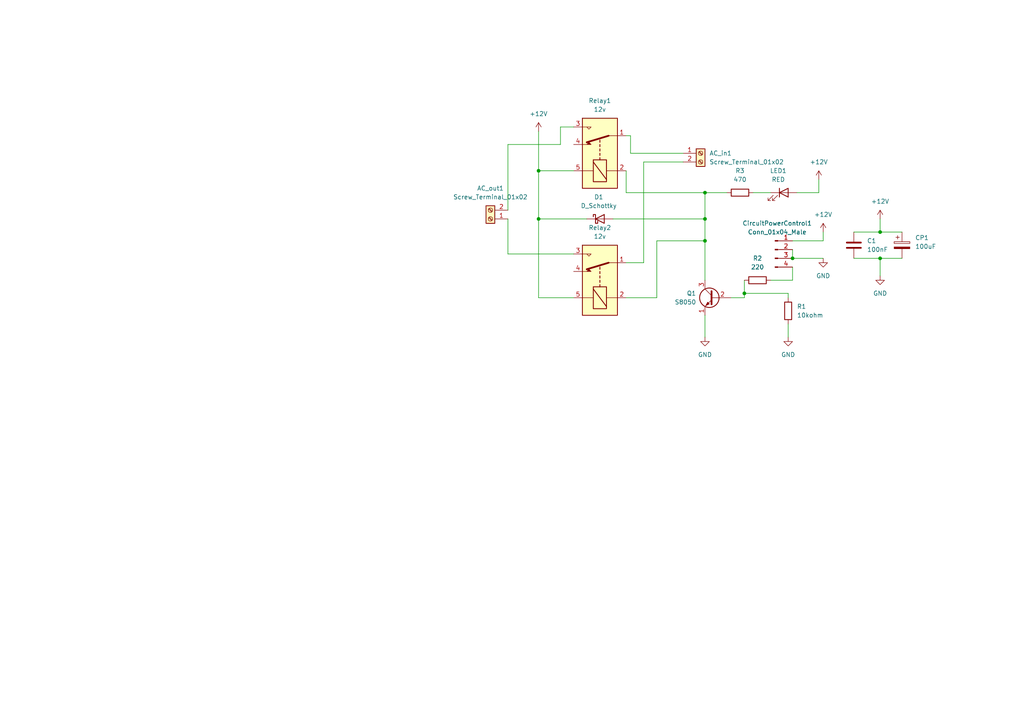
<source format=kicad_sch>
(kicad_sch (version 20211123) (generator eeschema)
  (paper "A4")
  (lib_symbols
    (symbol "Connector:Conn_01x04_Male" (pin_names (offset 1.016) hide)
      (property "Reference" "J" (at 0 5.08 0))
      (property "Value" "Conn_01x04_Male" (at 0 -7.62 0))
      (symbol "Conn_01x04_Male_1_1"
        (polyline (pts (xy 1.27 -5.08) (xy 0.8636 -5.08)) (stroke (width 0.1524)))
        (polyline (pts (xy 1.27 -2.54) (xy 0.8636 -2.54)) (stroke (width 0.1524)))
        (polyline (pts (xy 1.27 0) (xy 0.8636 0)) (stroke (width 0.1524)))
        (polyline (pts (xy 1.27 2.54) (xy 0.8636 2.54)) (stroke (width 0.1524)))
        (rectangle (start 0.8636 -4.953) (end 0 -5.207) (stroke (width 0.1524)) (fill (type outline)))
        (rectangle (start 0.8636 -2.413) (end 0 -2.667) (stroke (width 0.1524)) (fill (type outline)))
        (rectangle (start 0.8636 0.127) (end 0 -0.127) (stroke (width 0.1524)) (fill (type outline)))
        (rectangle (start 0.8636 2.667) (end 0 2.413) (stroke (width 0.1524)) (fill (type outline)))
        (pin passive line (at 5.08 2.54 180) (length 3.81) (name "Pin_1") (number "1"))
        (pin passive line (at 5.08 0 180) (length 3.81) (name "Pin_2") (number "2"))
        (pin passive line (at 5.08 -2.54 180) (length 3.81) (name "Pin_3") (number "3"))
        (pin passive line (at 5.08 -5.08 180) (length 3.81) (name "Pin_4") (number "4"))
      )
    )
    (symbol "Connector:Screw_Terminal_01x02" (pin_names (offset 1.016) hide)
      (property "Reference" "J" (at 0 2.54 0))
      (property "Value" "Screw_Terminal_01x02" (at 0 -5.08 0))
      (symbol "Screw_Terminal_01x02_1_1"
        (rectangle (start -1.27 1.27) (end 1.27 -3.81) (stroke (width 0.254)) (fill (type background)))
        (circle (center 0 -2.54) (radius 0.635) (stroke (width 0.1524)))
        (polyline (pts (xy -0.5334 -2.2098) (xy 0.3302 -3.048)) (stroke (width 0.1524)))
        (polyline (pts (xy -0.5334 0.3302) (xy 0.3302 -0.508)) (stroke (width 0.1524)))
        (polyline (pts (xy -0.3556 -2.032) (xy 0.508 -2.8702)) (stroke (width 0.1524)))
        (polyline (pts (xy -0.3556 0.508) (xy 0.508 -0.3302)) (stroke (width 0.1524)))
        (circle (center 0 0) (radius 0.635) (stroke (width 0.1524)))
        (pin passive line (at -5.08 0 0) (length 3.81) (name "Pin_1") (number "1"))
        (pin passive line (at -5.08 -2.54 0) (length 3.81) (name "Pin_2") (number "2"))
      )
    )
    (symbol "Device:C" (pin_numbers hide) (pin_names (offset 0.254))
      (property "Reference" "C" (at 0.635 2.54 0))
      (property "Value" "C" (at 0.635 -2.54 0))
      (symbol "C_0_1"
        (polyline (pts (xy -2.032 -0.762) (xy 2.032 -0.762)) (stroke (width 0.508)))
        (polyline (pts (xy -2.032 0.762) (xy 2.032 0.762)) (stroke (width 0.508)))
      )
      (symbol "C_1_1"
        (pin passive line (at 0 3.81 270) (length 2.794) (name "~") (number "1"))
        (pin passive line (at 0 -3.81 90) (length 2.794) (name "~") (number "2"))
      )
    )
    (symbol "Device:C_Polarized" (pin_numbers hide) (pin_names (offset 0.254))
      (property "Reference" "C" (at 0.635 2.54 0))
      (property "Value" "C_Polarized" (at 0.635 -2.54 0))
      (symbol "C_Polarized_0_1"
        (rectangle (start -2.286 0.508) (end 2.286 1.016))
        (polyline (pts (xy -1.778 2.286) (xy -0.762 2.286)))
        (polyline (pts (xy -1.27 2.794) (xy -1.27 1.778)))
        (rectangle (start 2.286 -0.508) (end -2.286 -1.016) (fill (type outline)))
      )
      (symbol "C_Polarized_1_1"
        (pin passive line (at 0 3.81 270) (length 2.794) (name "~") (number "1"))
        (pin passive line (at 0 -3.81 90) (length 2.794) (name "~") (number "2"))
      )
    )
    (symbol "Device:D_Schottky" (pin_numbers hide) (pin_names (offset 1.016) hide)
      (property "Reference" "D" (at 0 2.54 0))
      (property "Value" "D_Schottky" (at 0 -2.54 0))
      (symbol "D_Schottky_0_1"
        (polyline (pts (xy 1.27 0) (xy -1.27 0)))
        (polyline (pts (xy 1.27 1.27) (xy 1.27 -1.27) (xy -1.27 0) (xy 1.27 1.27)) (stroke (width 0.254)))
        (polyline (pts (xy -1.905 0.635) (xy -1.905 1.27) (xy -1.27 1.27) (xy -1.27 -1.27) (xy -0.635 -1.27) (xy -0.635 -0.635)) (stroke (width 0.254)))
      )
      (symbol "D_Schottky_1_1"
        (pin passive line (at -3.81 0 0) (length 2.54) (name "K") (number "1"))
        (pin passive line (at 3.81 0 180) (length 2.54) (name "A") (number "2"))
      )
    )
    (symbol "Device:LED" (pin_numbers hide) (pin_names (offset 1.016) hide)
      (property "Reference" "D" (at 0 2.54 0))
      (property "Value" "LED" (at 0 -2.54 0))
      (symbol "LED_0_1"
        (polyline (pts (xy -1.27 -1.27) (xy -1.27 1.27)) (stroke (width 0.254)))
        (polyline (pts (xy -1.27 0) (xy 1.27 0)))
        (polyline (pts (xy 1.27 -1.27) (xy 1.27 1.27) (xy -1.27 0) (xy 1.27 -1.27)) (stroke (width 0.254)))
        (polyline (pts (xy -3.048 -0.762) (xy -4.572 -2.286) (xy -3.81 -2.286) (xy -4.572 -2.286) (xy -4.572 -1.524)))
        (polyline (pts (xy -1.778 -0.762) (xy -3.302 -2.286) (xy -2.54 -2.286) (xy -3.302 -2.286) (xy -3.302 -1.524)))
      )
      (symbol "LED_1_1"
        (pin passive line (at -3.81 0 0) (length 2.54) (name "K") (number "1"))
        (pin passive line (at 3.81 0 180) (length 2.54) (name "A") (number "2"))
      )
    )
    (symbol "Device:R" (pin_numbers hide) (pin_names (offset 0))
      (property "Reference" "R" (at 2.032 0 90))
      (property "Value" "R" (at 0 0 90))
      (symbol "R_0_1"
        (rectangle (start -1.016 -2.54) (end 1.016 2.54) (stroke (width 0.254)))
      )
      (symbol "R_1_1"
        (pin passive line (at 0 3.81 270) (length 1.27) (name "~") (number "1"))
        (pin passive line (at 0 -3.81 90) (length 1.27) (name "~") (number "2"))
      )
    )
    (symbol "Relay:SANYOU_SRD_Form_C"
      (property "Reference" "K" (at 11.43 3.81 0))
      (property "Value" "SANYOU_SRD_Form_C" (at 11.43 1.27 0))
      (symbol "SANYOU_SRD_Form_C_0_0"
        (polyline (pts (xy 7.62 5.08) (xy 7.62 2.54) (xy 6.985 3.175) (xy 7.62 3.81)))
      )
      (symbol "SANYOU_SRD_Form_C_0_1"
        (rectangle (start -10.16 5.08) (end 10.16 -5.08) (stroke (width 0.254)) (fill (type background)))
        (rectangle (start -8.255 1.905) (end -1.905 -1.905) (stroke (width 0.254)))
        (polyline (pts (xy -7.62 -1.905) (xy -2.54 1.905)) (stroke (width 0.254)))
        (polyline (pts (xy -5.08 -5.08) (xy -5.08 -1.905)))
        (polyline (pts (xy -5.08 5.08) (xy -5.08 1.905)))
        (polyline (pts (xy -1.905 0) (xy -1.27 0)) (stroke (width 0.254)))
        (polyline (pts (xy -0.635 0) (xy 0 0)) (stroke (width 0.254)))
        (polyline (pts (xy 0.635 0) (xy 1.27 0)) (stroke (width 0.254)))
        (polyline (pts (xy 1.905 0) (xy 2.54 0)) (stroke (width 0.254)))
        (polyline (pts (xy 3.175 0) (xy 3.81 0)) (stroke (width 0.254)))
        (polyline (pts (xy 5.08 -2.54) (xy 3.175 3.81)) (stroke (width 0.508)))
        (polyline (pts (xy 5.08 -2.54) (xy 5.08 -5.08)))
      )
      (symbol "SANYOU_SRD_Form_C_1_1"
        (polyline (pts (xy 2.54 3.81) (xy 3.175 3.175) (xy 2.54 2.54) (xy 2.54 5.08)) (fill (type outline)))
        (pin passive line (at 5.08 -7.62 90) (length 2.54) (name "~") (number "1"))
        (pin passive line (at -5.08 -7.62 90) (length 2.54) (name "~") (number "2"))
        (pin passive line (at 7.62 7.62 270) (length 2.54) (name "~") (number "3"))
        (pin passive line (at 2.54 7.62 270) (length 2.54) (name "~") (number "4"))
        (pin passive line (at -5.08 7.62 270) (length 2.54) (name "~") (number "5"))
      )
    )
    (symbol "Transistor_BJT:S8050" (pin_names (offset 0) hide)
      (property "Reference" "Q" (at 5.08 1.905 0))
      (property "Value" "S8050" (at 5.08 0 0))
      (symbol "S8050_0_1"
        (polyline (pts (xy 0 0) (xy 0.635 0)))
        (polyline (pts (xy 0.635 0.635) (xy 2.54 2.54)))
        (polyline (pts (xy 0.635 -0.635) (xy 2.54 -2.54) (xy 2.54 -2.54)))
        (polyline (pts (xy 0.635 1.905) (xy 0.635 -1.905) (xy 0.635 -1.905)) (stroke (width 0.508)))
        (polyline (pts (xy 1.27 -1.778) (xy 1.778 -1.27) (xy 2.286 -2.286) (xy 1.27 -1.778) (xy 1.27 -1.778)) (fill (type outline)))
        (circle (center 1.27 0) (radius 2.8194) (stroke (width 0.254)))
      )
      (symbol "S8050_1_1"
        (pin passive line (at 2.54 -5.08 90) (length 2.54) (name "E") (number "1"))
        (pin input line (at -5.08 0 0) (length 5.08) (name "B") (number "2"))
        (pin passive line (at 2.54 5.08 270) (length 2.54) (name "C") (number "3"))
      )
    )
    (symbol "power:+12V" (power) (pin_names (offset 0))
      (property "Value" "+12V" (at 0 3.556 0))
      (symbol "+12V_0_1"
        (polyline (pts (xy -0.762 1.27) (xy 0 2.54)))
        (polyline (pts (xy 0 0) (xy 0 2.54)))
        (polyline (pts (xy 0 2.54) (xy 0.762 1.27)))
      )
      (symbol "+12V_1_1"
        (pin power_in line (at 0 0 90) (length 0) hide (name "+12V") (number "1"))
      )
    )
    (symbol "power:GND" (power) (pin_names (offset 0))
      (property "Value" "GND" (at 0 -3.81 0))
      (symbol "GND_0_1"
        (polyline (pts (xy 0 0) (xy 0 -1.27) (xy 1.27 -1.27) (xy 0 -2.54) (xy -1.27 -1.27) (xy 0 -1.27)))
      )
      (symbol "GND_1_1"
        (pin power_in line (at 0 0 270) (length 0) hide (name "GND") (number "1"))
      )
    )
  )
  (junction (at 156.21 63.5))
  (junction (at 156.21 49.53))
  (junction (at 204.47 63.5))
  (junction (at 255.27 74.93))
  (junction (at 204.47 69.85))
  (junction (at 255.27 67.31))
  (junction (at 204.47 55.88))
  (junction (at 215.9 85.09))
  (junction (at 229.87 74.93))
  (wire (pts (xy 215.9 85.09) (xy 228.6 85.09)))
  (wire (pts (xy 255.27 80.01) (xy 255.27 74.93)))
  (wire (pts (xy 147.32 41.91) (xy 162.56 41.91)))
  (wire (pts (xy 247.65 74.93) (xy 255.27 74.93)))
  (wire (pts (xy 177.8 63.5) (xy 204.47 63.5)))
  (wire (pts (xy 204.47 55.88) (xy 181.61 55.88)))
  (wire (pts (xy 215.9 86.36) (xy 215.9 85.09)))
  (wire (pts (xy 255.27 67.31) (xy 261.62 67.31)))
  (wire (pts (xy 255.27 63.5) (xy 255.27 67.31)))
  (wire (pts (xy 162.56 36.83) (xy 166.37 36.83)))
  (wire (pts (xy 255.27 74.93) (xy 261.62 74.93)))
  (wire (pts (xy 147.32 41.91) (xy 147.32 60.96)))
  (wire (pts (xy 204.47 63.5) (xy 204.47 69.85)))
  (wire (pts (xy 156.21 38.1) (xy 156.21 49.53)))
  (wire (pts (xy 228.6 85.09) (xy 228.6 86.36)))
  (wire (pts (xy 186.69 76.2) (xy 181.61 76.2)))
  (wire (pts (xy 181.61 55.88) (xy 181.61 49.53)))
  (wire (pts (xy 204.47 55.88) (xy 210.82 55.88)))
  (wire (pts (xy 147.32 63.5) (xy 147.32 73.66)))
  (wire (pts (xy 156.21 63.5) (xy 170.18 63.5)))
  (wire (pts (xy 223.52 81.28) (xy 229.87 81.28)))
  (wire (pts (xy 162.56 41.91) (xy 162.56 36.83)))
  (wire (pts (xy 186.69 46.99) (xy 186.69 76.2)))
  (wire (pts (xy 204.47 91.44) (xy 204.47 97.79)))
  (wire (pts (xy 156.21 86.36) (xy 166.37 86.36)))
  (wire (pts (xy 147.32 73.66) (xy 166.37 73.66)))
  (wire (pts (xy 229.87 81.28) (xy 229.87 77.47)))
  (wire (pts (xy 204.47 69.85) (xy 204.47 81.28)))
  (wire (pts (xy 238.76 67.31) (xy 238.76 69.85)))
  (wire (pts (xy 198.12 46.99) (xy 186.69 46.99)))
  (wire (pts (xy 156.21 63.5) (xy 156.21 86.36)))
  (wire (pts (xy 215.9 81.28) (xy 215.9 85.09)))
  (wire (pts (xy 166.37 49.53) (xy 156.21 49.53)))
  (wire (pts (xy 238.76 69.85) (xy 229.87 69.85)))
  (wire (pts (xy 190.5 86.36) (xy 190.5 69.85)))
  (wire (pts (xy 156.21 49.53) (xy 156.21 63.5)))
  (wire (pts (xy 228.6 93.98) (xy 228.6 97.79)))
  (wire (pts (xy 247.65 67.31) (xy 255.27 67.31)))
  (wire (pts (xy 237.49 55.88) (xy 231.14 55.88)))
  (wire (pts (xy 229.87 74.93) (xy 238.76 74.93)))
  (wire (pts (xy 212.09 86.36) (xy 215.9 86.36)))
  (wire (pts (xy 218.44 55.88) (xy 223.52 55.88)))
  (wire (pts (xy 204.47 55.88) (xy 204.47 63.5)))
  (wire (pts (xy 181.61 86.36) (xy 190.5 86.36)))
  (wire (pts (xy 182.88 44.45) (xy 182.88 39.37)))
  (wire (pts (xy 229.87 72.39) (xy 229.87 74.93)))
  (wire (pts (xy 198.12 44.45) (xy 182.88 44.45)))
  (wire (pts (xy 190.5 69.85) (xy 204.47 69.85)))
  (wire (pts (xy 182.88 39.37) (xy 181.61 39.37)))
  (wire (pts (xy 237.49 52.07) (xy 237.49 55.88)))
  (symbol (lib_id "Device:LED") (at 227.33 55.88 0) (unit 1)
    (property "Reference" "LED1" (at 225.7425 49.53 0))
    (property "Value" "RED" (at 225.7425 52.07 0))
    (property "Footprint" "Diode_THT:D_A-405_P2.54mm_Vertical_AnodeUp" (effects hide))
  )
  (symbol (lib_id "power:GND") (at 255.27 80.01 0) (unit 1)
    (property "Reference" "#PWR0102" (effects hide))
    (property "Value" "GND" (at 255.27 85.09 0))
  )
  (symbol (lib_id "Device:C_Polarized") (at 261.62 71.12 0) (unit 1)
    (property "Reference" "CP1" (at 265.43 68.9609 0) (effects (justify left)))
    (property "Value" "100uF" (at 265.43 71.5009 0) (effects (justify left)))
    (property "Footprint" "Capacitor_THT:CP_Radial_D5.0mm_P2.00mm" (effects hide))
  )
  (symbol (lib_id "power:GND") (at 204.47 97.79 0) (unit 1)
    (property "Reference" "#PWR0107" (effects hide))
    (property "Value" "GND" (at 204.47 102.87 0))
  )
  (symbol (lib_id "Relay:SANYOU_SRD_Form_C") (at 173.99 81.28 90) (unit 1)
    (property "Reference" "Relay2" (at 173.99 66.04 90))
    (property "Value" "12v" (at 173.99 68.58 90))
    (property "Footprint" "Relay_THT:Relay_SPDT_SANYOU_SRD_Series_Form_C" (effects hide))
    (property "Datasheet" "http://www.sanyourelay.ca/public/products/pdf/SRD.pdf" (effects hide))
  )
  (symbol (lib_id "Device:R") (at 228.6 90.17 0) (unit 1)
    (property "Reference" "R1" (at 231.14 88.8999 0) (effects (justify left)))
    (property "Value" "10kohm" (at 231.14 91.4399 0) (effects (justify left)))
    (property "Footprint" "Resistor_THT:R_Axial_DIN0207_L6.3mm_D2.5mm_P7.62mm_Horizontal" (effects hide))
  )
  (symbol (lib_id "Device:C") (at 247.65 71.12 0) (unit 1)
    (property "Reference" "C1" (at 251.46 69.8499 0) (effects (justify left)))
    (property "Value" "100nF" (at 251.46 72.3899 0) (effects (justify left)))
    (property "Footprint" "Capacitor_THT:C_Disc_D5.0mm_W2.5mm_P2.50mm" (effects hide))
  )
  (symbol (lib_id "power:GND") (at 238.76 74.93 0) (unit 1)
    (property "Reference" "#PWR0103" (effects hide))
    (property "Value" "GND" (at 238.76 80.01 0))
  )
  (symbol (lib_id "power:+12V") (at 255.27 63.5 0) (unit 1)
    (property "Reference" "#PWR0101" (effects hide))
    (property "Value" "+12V" (at 255.27 58.42 0))
  )
  (symbol (lib_id "Transistor_BJT:S8050") (at 207.01 86.36 0) (mirror y) (unit 1)
    (property "Reference" "Q1" (at 201.93 85.0899 0) (effects (justify left)))
    (property "Value" "S8050" (at 201.93 87.6299 0) (effects (justify left)))
    (property "Footprint" "Package_TO_SOT_THT:TO-92_Inline" (effects hide))
    (property "Datasheet" "http://www.unisonic.com.tw/datasheet/S8050.pdf" (effects hide))
  )
  (symbol (lib_id "Connector:Screw_Terminal_01x02") (at 142.24 63.5 180) (unit 1)
    (property "Reference" "AC_out1" (at 142.24 54.61 0))
    (property "Value" "Screw_Terminal_01x02" (at 142.24 57.15 0))
    (property "Footprint" "TerminalBlock:TerminalBlock_bornier-2_P5.08mm" (effects hide))
  )
  (symbol (lib_id "Device:D_Schottky") (at 173.99 63.5 0) (unit 1)
    (property "Reference" "D1" (at 173.6725 57.15 0))
    (property "Value" "D_Schottky" (at 173.6725 59.69 0))
    (property "Footprint" "Diode_THT:D_DO-34_SOD68_P7.62mm_Horizontal" (effects hide))
  )
  (symbol (lib_id "Device:R") (at 214.63 55.88 270) (unit 1)
    (property "Reference" "R3" (at 214.63 49.53 90))
    (property "Value" "470" (at 214.63 52.07 90))
    (property "Footprint" "Resistor_THT:R_Axial_DIN0207_L6.3mm_D2.5mm_P7.62mm_Horizontal" (effects hide))
  )
  (symbol (lib_id "power:GND") (at 228.6 97.79 0) (unit 1)
    (property "Reference" "#PWR0104" (effects hide))
    (property "Value" "GND" (at 228.6 102.87 0))
  )
  (symbol (lib_id "power:+12V") (at 156.21 38.1 0) (unit 1)
    (property "Reference" "#PWR0108" (effects hide))
    (property "Value" "+12V" (at 156.21 33.02 0))
  )
  (symbol (lib_id "Device:R") (at 219.71 81.28 90) (unit 1)
    (property "Reference" "R2" (at 219.71 74.93 90))
    (property "Value" "220" (at 219.71 77.47 90))
    (property "Footprint" "Resistor_THT:R_Axial_DIN0207_L6.3mm_D2.5mm_P7.62mm_Horizontal" (effects hide))
  )
  (symbol (lib_id "Connector:Conn_01x04_Male") (at 224.79 72.39 0) (unit 1)
    (property "Reference" "CircuitPowerControl1" (at 225.425 64.77 0))
    (property "Value" "Conn_01x04_Male" (at 225.425 67.31 0))
    (property "Footprint" "Connector_PinSocket_2.54mm:PinSocket_1x04_P2.54mm_Vertical" (effects hide))
  )
  (symbol (lib_id "power:+12V") (at 237.49 52.07 0) (unit 1)
    (property "Reference" "#PWR0106" (effects hide))
    (property "Value" "+12V" (at 237.49 46.99 0))
  )
  (symbol (lib_id "Relay:SANYOU_SRD_Form_C") (at 173.99 44.45 90) (unit 1)
    (property "Reference" "Relay1" (at 173.99 29.21 90))
    (property "Value" "12v" (at 173.99 31.75 90))
    (property "Footprint" "Relay_THT:Relay_SPDT_SANYOU_SRD_Series_Form_C" (effects hide))
    (property "Datasheet" "http://www.sanyourelay.ca/public/products/pdf/SRD.pdf" (effects hide))
  )
  (symbol (lib_id "power:+12V") (at 238.76 67.31 0) (unit 1)
    (property "Reference" "#PWR0105" (effects hide))
    (property "Value" "+12V" (at 238.76 62.23 0))
  )
  (symbol (lib_id "Connector:Screw_Terminal_01x02") (at 203.2 44.45 0) (unit 1)
    (property "Reference" "AC_in1" (at 205.74 44.4499 0) (effects (justify left)))
    (property "Value" "Screw_Terminal_01x02" (at 205.74 46.9899 0) (effects (justify left)))
    (property "Footprint" "TerminalBlock:TerminalBlock_bornier-2_P5.08mm" (effects hide))
  )
)
</source>
